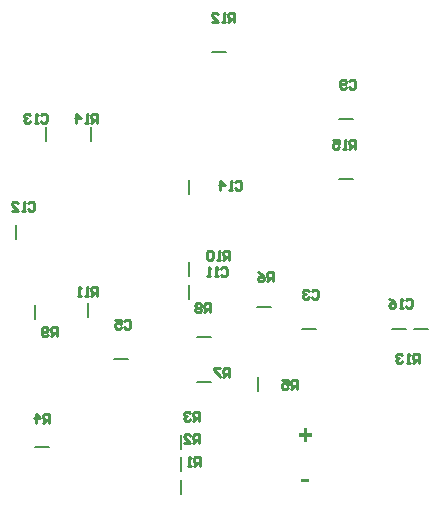
<source format=gbo>
%FSLAX25Y25*%
%MOIN*%
G70*
G01*
G75*
G04 Layer_Color=32896*
%ADD10R,0.07874X0.03150*%
%ADD11R,0.08465X0.11221*%
%ADD12R,0.06693X0.06693*%
%ADD13R,0.04134X0.02362*%
%ADD14R,0.05512X0.04724*%
%ADD15R,0.09921X0.13425*%
%ADD16O,0.05709X0.02362*%
%ADD17R,0.07284X0.16339*%
%ADD18O,0.00984X0.06102*%
%ADD19O,0.06102X0.00984*%
%ADD20R,0.09449X0.07087*%
%ADD21R,0.04724X0.05512*%
%ADD22R,0.05512X0.02362*%
%ADD23R,0.07087X0.02362*%
G04:AMPARAMS|DCode=24|XSize=74.8mil|YSize=125.98mil|CornerRadius=0mil|HoleSize=0mil|Usage=FLASHONLY|Rotation=90.000|XOffset=0mil|YOffset=0mil|HoleType=Round|Shape=Octagon|*
%AMOCTAGOND24*
4,1,8,-0.06299,-0.01870,-0.06299,0.01870,-0.04429,0.03740,0.04429,0.03740,0.06299,0.01870,0.06299,-0.01870,0.04429,-0.03740,-0.04429,-0.03740,-0.06299,-0.01870,0.0*
%
%ADD24OCTAGOND24*%

%ADD25R,0.21654X0.09843*%
%ADD26C,0.01000*%
%ADD27C,0.02000*%
%ADD28C,0.05906*%
%ADD29R,0.05906X0.05906*%
%ADD30O,0.06299X0.03937*%
%ADD31C,0.07874*%
%ADD32C,0.06299*%
%ADD33C,0.09000*%
%ADD34C,0.01969*%
%ADD35C,0.01600*%
%ADD36C,0.03000*%
%ADD37R,0.12598X0.20472*%
%ADD38C,0.00984*%
%ADD39C,0.02362*%
%ADD40C,0.00800*%
%ADD41C,0.00787*%
%ADD42C,0.00600*%
%ADD43R,0.08674X0.03950*%
%ADD44R,0.09265X0.12020*%
%ADD45R,0.07493X0.07493*%
%ADD46R,0.04934X0.03162*%
%ADD47R,0.06312X0.05524*%
%ADD48R,0.10721X0.14225*%
%ADD49O,0.06509X0.03162*%
%ADD50R,0.08083X0.17139*%
%ADD51O,0.01784X0.06902*%
%ADD52O,0.06902X0.01784*%
%ADD53R,0.10249X0.07887*%
%ADD54R,0.05524X0.06312*%
%ADD55R,0.06312X0.03162*%
%ADD56R,0.07887X0.03162*%
G04:AMPARAMS|DCode=57|XSize=82.8mil|YSize=133.98mil|CornerRadius=0mil|HoleSize=0mil|Usage=FLASHONLY|Rotation=90.000|XOffset=0mil|YOffset=0mil|HoleType=Round|Shape=Octagon|*
%AMOCTAGOND57*
4,1,8,-0.06699,-0.02070,-0.06699,0.02070,-0.04629,0.04140,0.04629,0.04140,0.06699,0.02070,0.06699,-0.02070,0.04629,-0.04140,-0.04629,-0.04140,-0.06699,-0.02070,0.0*
%
%ADD57OCTAGOND57*%

%ADD58R,0.22453X0.10642*%
%ADD59C,0.06706*%
%ADD60R,0.06706X0.06706*%
%ADD61O,0.07099X0.04737*%
%ADD62C,0.08674*%
%ADD63C,0.07099*%
%ADD64C,0.09800*%
G36*
X121999Y25332D02*
X123679D01*
Y24183D01*
X121999D01*
Y22525D01*
X120881D01*
Y24183D01*
X119200D01*
Y25332D01*
X120881D01*
Y26989D01*
X121999D01*
Y25332D01*
D02*
G37*
G36*
X122406Y8904D02*
X120000D01*
Y10130D01*
X122406D01*
Y8904D01*
D02*
G37*
D26*
X137900Y120100D02*
Y123099D01*
X136400D01*
X135901Y122599D01*
Y121599D01*
X136400Y121100D01*
X137900D01*
X136900D02*
X135901Y120100D01*
X134901D02*
X133901D01*
X134401D01*
Y123099D01*
X134901Y122599D01*
X130402Y123099D02*
X132402D01*
Y121599D01*
X131402Y122099D01*
X130902D01*
X130402Y121599D01*
Y120600D01*
X130902Y120100D01*
X131902D01*
X132402Y120600D01*
X52000Y128800D02*
Y131799D01*
X50501D01*
X50001Y131299D01*
Y130299D01*
X50501Y129800D01*
X52000D01*
X51000D02*
X50001Y128800D01*
X49001D02*
X48001D01*
X48501D01*
Y131799D01*
X49001Y131299D01*
X45002Y128800D02*
Y131799D01*
X46502Y130299D01*
X44502D01*
X159200Y48800D02*
Y51799D01*
X157701D01*
X157201Y51299D01*
Y50300D01*
X157701Y49800D01*
X159200D01*
X158200D02*
X157201Y48800D01*
X156201D02*
X155201D01*
X155701D01*
Y51799D01*
X156201Y51299D01*
X153702D02*
X153202Y51799D01*
X152202D01*
X151702Y51299D01*
Y50799D01*
X152202Y50300D01*
X152702D01*
X152202D01*
X151702Y49800D01*
Y49300D01*
X152202Y48800D01*
X153202D01*
X153702Y49300D01*
X97600Y162400D02*
Y165399D01*
X96100D01*
X95601Y164899D01*
Y163900D01*
X96100Y163400D01*
X97600D01*
X96600D02*
X95601Y162400D01*
X94601D02*
X93601D01*
X94101D01*
Y165399D01*
X94601Y164899D01*
X90102Y162400D02*
X92102D01*
X90102Y164399D01*
Y164899D01*
X90602Y165399D01*
X91602D01*
X92102Y164899D01*
X52000Y71200D02*
Y74199D01*
X50501D01*
X50001Y73699D01*
Y72699D01*
X50501Y72200D01*
X52000D01*
X51000D02*
X50001Y71200D01*
X49001D02*
X48001D01*
X48501D01*
Y74199D01*
X49001Y73699D01*
X46502Y71200D02*
X45502D01*
X46002D01*
Y74199D01*
X46502Y73699D01*
X96000Y83200D02*
Y86199D01*
X94500D01*
X94001Y85699D01*
Y84699D01*
X94500Y84200D01*
X96000D01*
X95000D02*
X94001Y83200D01*
X93001D02*
X92001D01*
X92501D01*
Y86199D01*
X93001Y85699D01*
X90502D02*
X90002Y86199D01*
X89002D01*
X88502Y85699D01*
Y83700D01*
X89002Y83200D01*
X90002D01*
X90502Y83700D01*
Y85699D01*
X38400Y57600D02*
Y60599D01*
X36900D01*
X36401Y60099D01*
Y59100D01*
X36900Y58600D01*
X38400D01*
X37400D02*
X36401Y57600D01*
X35401Y58100D02*
X34901Y57600D01*
X33901D01*
X33402Y58100D01*
Y60099D01*
X33901Y60599D01*
X34901D01*
X35401Y60099D01*
Y59599D01*
X34901Y59100D01*
X33402D01*
X89600Y65600D02*
Y68599D01*
X88100D01*
X87601Y68099D01*
Y67099D01*
X88100Y66600D01*
X89600D01*
X88600D02*
X87601Y65600D01*
X86601Y68099D02*
X86101Y68599D01*
X85101D01*
X84602Y68099D01*
Y67599D01*
X85101Y67099D01*
X84602Y66600D01*
Y66100D01*
X85101Y65600D01*
X86101D01*
X86601Y66100D01*
Y66600D01*
X86101Y67099D01*
X86601Y67599D01*
Y68099D01*
X86101Y67099D02*
X85101D01*
X96000Y44000D02*
Y46999D01*
X94500D01*
X94001Y46499D01*
Y45500D01*
X94500Y45000D01*
X96000D01*
X95000D02*
X94001Y44000D01*
X93001Y46999D02*
X91002D01*
Y46499D01*
X93001Y44500D01*
Y44000D01*
X110400Y76000D02*
Y78999D01*
X108900D01*
X108401Y78499D01*
Y77500D01*
X108900Y77000D01*
X110400D01*
X109400D02*
X108401Y76000D01*
X105402Y78999D02*
X106401Y78499D01*
X107401Y77500D01*
Y76500D01*
X106901Y76000D01*
X105901D01*
X105402Y76500D01*
Y77000D01*
X105901Y77500D01*
X107401D01*
X118400Y40000D02*
Y42999D01*
X116901D01*
X116401Y42499D01*
Y41500D01*
X116901Y41000D01*
X118400D01*
X117400D02*
X116401Y40000D01*
X113402Y42999D02*
X115401D01*
Y41500D01*
X114401Y41999D01*
X113901D01*
X113402Y41500D01*
Y40500D01*
X113901Y40000D01*
X114901D01*
X115401Y40500D01*
X36000Y28800D02*
Y31799D01*
X34501D01*
X34001Y31299D01*
Y30299D01*
X34501Y29800D01*
X36000D01*
X35000D02*
X34001Y28800D01*
X31501D02*
Y31799D01*
X33001Y30299D01*
X31002D01*
X86043Y29400D02*
Y32399D01*
X84544D01*
X84044Y31899D01*
Y30900D01*
X84544Y30400D01*
X86043D01*
X85044D02*
X84044Y29400D01*
X83044Y31899D02*
X82544Y32399D01*
X81545D01*
X81045Y31899D01*
Y31399D01*
X81545Y30900D01*
X82045D01*
X81545D01*
X81045Y30400D01*
Y29900D01*
X81545Y29400D01*
X82544D01*
X83044Y29900D01*
X86043Y21900D02*
Y24899D01*
X84544D01*
X84044Y24399D01*
Y23400D01*
X84544Y22900D01*
X86043D01*
X85044D02*
X84044Y21900D01*
X81045D02*
X83044D01*
X81045Y23899D01*
Y24399D01*
X81545Y24899D01*
X82544D01*
X83044Y24399D01*
X86100Y14400D02*
Y17399D01*
X84601D01*
X84101Y16899D01*
Y15900D01*
X84601Y15400D01*
X86100D01*
X85100D02*
X84101Y14400D01*
X83101D02*
X82101D01*
X82601D01*
Y17399D01*
X83101Y16899D01*
X154801Y69699D02*
X155300Y70199D01*
X156300D01*
X156800Y69699D01*
Y67700D01*
X156300Y67200D01*
X155300D01*
X154801Y67700D01*
X153801Y67200D02*
X152801D01*
X153301D01*
Y70199D01*
X153801Y69699D01*
X149302Y70199D02*
X150302Y69699D01*
X151302Y68700D01*
Y67700D01*
X150802Y67200D01*
X149802D01*
X149302Y67700D01*
Y68200D01*
X149802Y68700D01*
X151302D01*
X98001Y108899D02*
X98501Y109399D01*
X99500D01*
X100000Y108899D01*
Y106900D01*
X99500Y106400D01*
X98501D01*
X98001Y106900D01*
X97001Y106400D02*
X96001D01*
X96501D01*
Y109399D01*
X97001Y108899D01*
X93002Y106400D02*
Y109399D01*
X94502Y107899D01*
X92502D01*
X33201Y131299D02*
X33700Y131799D01*
X34700D01*
X35200Y131299D01*
Y129300D01*
X34700Y128800D01*
X33700D01*
X33201Y129300D01*
X32201Y128800D02*
X31201D01*
X31701D01*
Y131799D01*
X32201Y131299D01*
X29702D02*
X29202Y131799D01*
X28202D01*
X27702Y131299D01*
Y130799D01*
X28202Y130299D01*
X28702D01*
X28202D01*
X27702Y129800D01*
Y129300D01*
X28202Y128800D01*
X29202D01*
X29702Y129300D01*
X29057Y101899D02*
X29557Y102399D01*
X30557D01*
X31057Y101899D01*
Y99900D01*
X30557Y99400D01*
X29557D01*
X29057Y99900D01*
X28058Y99400D02*
X27058D01*
X27558D01*
Y102399D01*
X28058Y101899D01*
X23559Y99400D02*
X25559D01*
X23559Y101399D01*
Y101899D01*
X24059Y102399D01*
X25059D01*
X25559Y101899D01*
X93201Y80099D02*
X93700Y80599D01*
X94700D01*
X95200Y80099D01*
Y78100D01*
X94700Y77600D01*
X93700D01*
X93201Y78100D01*
X92201Y77600D02*
X91201D01*
X91701D01*
Y80599D01*
X92201Y80099D01*
X89702Y77600D02*
X88702D01*
X89202D01*
Y80599D01*
X89702Y80099D01*
X135901Y142599D02*
X136400Y143099D01*
X137400D01*
X137900Y142599D01*
Y140600D01*
X137400Y140100D01*
X136400D01*
X135901Y140600D01*
X134901D02*
X134401Y140100D01*
X133401D01*
X132902Y140600D01*
Y142599D01*
X133401Y143099D01*
X134401D01*
X134901Y142599D01*
Y142099D01*
X134401Y141600D01*
X132902D01*
X60901Y62599D02*
X61401Y63099D01*
X62400D01*
X62900Y62599D01*
Y60600D01*
X62400Y60100D01*
X61401D01*
X60901Y60600D01*
X57902Y63099D02*
X59901D01*
Y61599D01*
X58901Y62099D01*
X58401D01*
X57902Y61599D01*
Y60600D01*
X58401Y60100D01*
X59401D01*
X59901Y60600D01*
X123401Y72599D02*
X123900Y73099D01*
X124900D01*
X125400Y72599D01*
Y70600D01*
X124900Y70100D01*
X123900D01*
X123401Y70600D01*
X122401Y72599D02*
X121901Y73099D01*
X120902D01*
X120402Y72599D01*
Y72099D01*
X120902Y71600D01*
X121401D01*
X120902D01*
X120402Y71100D01*
Y70600D01*
X120902Y70100D01*
X121901D01*
X122401Y70600D01*
D41*
X90138Y152500D02*
X94862D01*
X82500Y105138D02*
Y109862D01*
X157638Y60000D02*
X162362D01*
X150138D02*
X154862D01*
X105600Y39238D02*
Y43962D01*
X105138Y67500D02*
X109862D01*
X82500Y77638D02*
Y82362D01*
Y70138D02*
Y74862D01*
X85138Y57500D02*
X89862D01*
X85138Y42500D02*
X89862D01*
X31200Y63238D02*
Y67962D01*
X48800Y64038D02*
Y68762D01*
X50000Y122638D02*
Y127362D01*
X35000Y122638D02*
Y127362D01*
X132638Y130000D02*
X137362D01*
X25000Y90138D02*
Y94862D01*
X57638Y50000D02*
X62362D01*
X120138Y60000D02*
X124862D01*
X80000Y5138D02*
Y9862D01*
Y12638D02*
Y17362D01*
Y20138D02*
Y24862D01*
X132638Y110000D02*
X137362D01*
X31238Y20800D02*
X35962D01*
M02*

</source>
